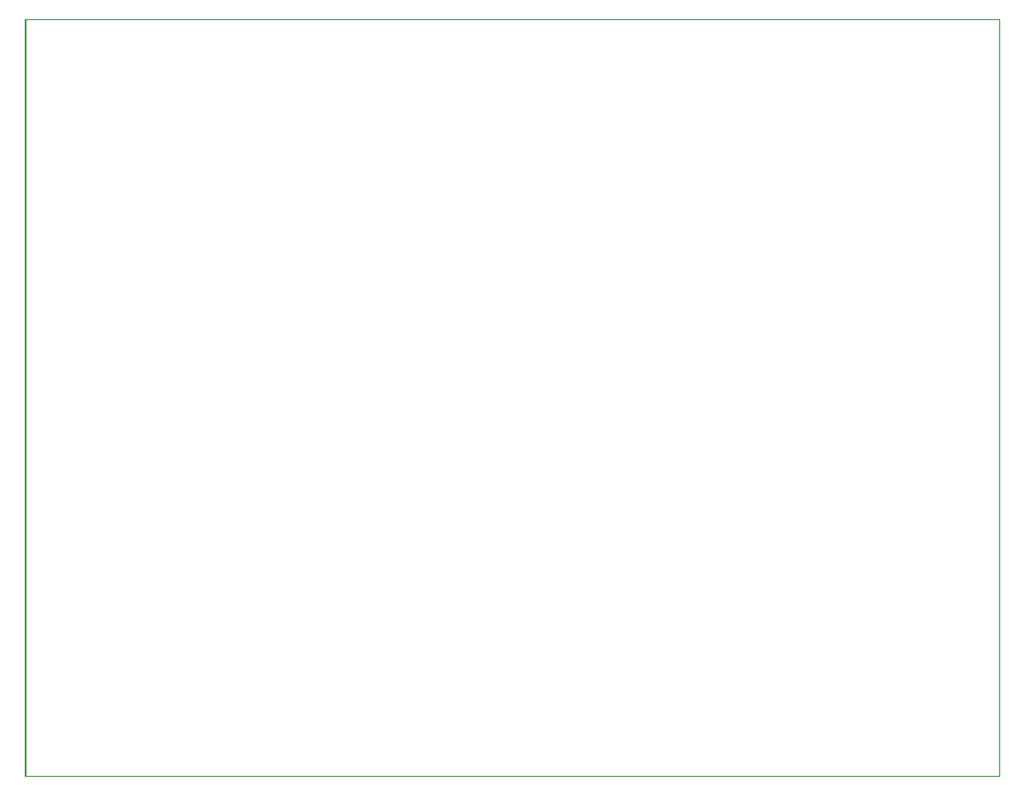
<source format=gbr>
%TF.GenerationSoftware,KiCad,Pcbnew,7.0.2*%
%TF.CreationDate,2024-07-09T15:01:01+09:00*%
%TF.ProjectId,____,4b734b28-2e6b-4696-9361-645f70636258,rev?*%
%TF.SameCoordinates,PX4e33880PY7bfa480*%
%TF.FileFunction,Profile,NP*%
%FSLAX46Y46*%
G04 Gerber Fmt 4.6, Leading zero omitted, Abs format (unit mm)*
G04 Created by KiCad (PCBNEW 7.0.2) date 2024-07-09 15:01:01*
%MOMM*%
%LPD*%
G01*
G04 APERTURE LIST*
%TA.AperFunction,Profile*%
%ADD10C,0.100000*%
%TD*%
%TA.AperFunction,Profile*%
%ADD11C,0.200000*%
%TD*%
G04 APERTURE END LIST*
D10*
X90000000Y0D02*
X90000000Y70000000D01*
D11*
X0Y70000000D02*
X0Y0D01*
D10*
X90000000Y70000000D02*
X0Y70000000D01*
X0Y0D02*
X90000000Y0D01*
M02*

</source>
